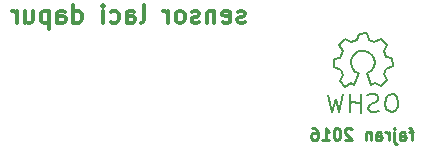
<source format=gbr>
G04 #@! TF.FileFunction,Legend,Bot*
%FSLAX46Y46*%
G04 Gerber Fmt 4.6, Leading zero omitted, Abs format (unit mm)*
G04 Created by KiCad (PCBNEW 4.0.2+e4-6225~38~ubuntu15.04.1-stable) date vr 15 jul 2016 23:36:52 CEST*
%MOMM*%
G01*
G04 APERTURE LIST*
%ADD10C,0.100000*%
%ADD11C,0.300000*%
%ADD12C,0.250000*%
%ADD13C,0.150000*%
G04 APERTURE END LIST*
D10*
D11*
X159645714Y-90777143D02*
X159502857Y-90848571D01*
X159217142Y-90848571D01*
X159074285Y-90777143D01*
X159002857Y-90634286D01*
X159002857Y-90562857D01*
X159074285Y-90420000D01*
X159217142Y-90348571D01*
X159431428Y-90348571D01*
X159574285Y-90277143D01*
X159645714Y-90134286D01*
X159645714Y-90062857D01*
X159574285Y-89920000D01*
X159431428Y-89848571D01*
X159217142Y-89848571D01*
X159074285Y-89920000D01*
X157788571Y-90777143D02*
X157931428Y-90848571D01*
X158217142Y-90848571D01*
X158359999Y-90777143D01*
X158431428Y-90634286D01*
X158431428Y-90062857D01*
X158359999Y-89920000D01*
X158217142Y-89848571D01*
X157931428Y-89848571D01*
X157788571Y-89920000D01*
X157717142Y-90062857D01*
X157717142Y-90205714D01*
X158431428Y-90348571D01*
X157074285Y-89848571D02*
X157074285Y-90848571D01*
X157074285Y-89991429D02*
X157002857Y-89920000D01*
X156859999Y-89848571D01*
X156645714Y-89848571D01*
X156502857Y-89920000D01*
X156431428Y-90062857D01*
X156431428Y-90848571D01*
X155788571Y-90777143D02*
X155645714Y-90848571D01*
X155359999Y-90848571D01*
X155217142Y-90777143D01*
X155145714Y-90634286D01*
X155145714Y-90562857D01*
X155217142Y-90420000D01*
X155359999Y-90348571D01*
X155574285Y-90348571D01*
X155717142Y-90277143D01*
X155788571Y-90134286D01*
X155788571Y-90062857D01*
X155717142Y-89920000D01*
X155574285Y-89848571D01*
X155359999Y-89848571D01*
X155217142Y-89920000D01*
X154288570Y-90848571D02*
X154431428Y-90777143D01*
X154502856Y-90705714D01*
X154574285Y-90562857D01*
X154574285Y-90134286D01*
X154502856Y-89991429D01*
X154431428Y-89920000D01*
X154288570Y-89848571D01*
X154074285Y-89848571D01*
X153931428Y-89920000D01*
X153859999Y-89991429D01*
X153788570Y-90134286D01*
X153788570Y-90562857D01*
X153859999Y-90705714D01*
X153931428Y-90777143D01*
X154074285Y-90848571D01*
X154288570Y-90848571D01*
X153145713Y-90848571D02*
X153145713Y-89848571D01*
X153145713Y-90134286D02*
X153074285Y-89991429D01*
X153002856Y-89920000D01*
X152859999Y-89848571D01*
X152717142Y-89848571D01*
X150859999Y-90848571D02*
X151002857Y-90777143D01*
X151074285Y-90634286D01*
X151074285Y-89348571D01*
X149645714Y-90848571D02*
X149645714Y-90062857D01*
X149717143Y-89920000D01*
X149860000Y-89848571D01*
X150145714Y-89848571D01*
X150288571Y-89920000D01*
X149645714Y-90777143D02*
X149788571Y-90848571D01*
X150145714Y-90848571D01*
X150288571Y-90777143D01*
X150360000Y-90634286D01*
X150360000Y-90491429D01*
X150288571Y-90348571D01*
X150145714Y-90277143D01*
X149788571Y-90277143D01*
X149645714Y-90205714D01*
X148288571Y-90777143D02*
X148431428Y-90848571D01*
X148717142Y-90848571D01*
X148860000Y-90777143D01*
X148931428Y-90705714D01*
X149002857Y-90562857D01*
X149002857Y-90134286D01*
X148931428Y-89991429D01*
X148860000Y-89920000D01*
X148717142Y-89848571D01*
X148431428Y-89848571D01*
X148288571Y-89920000D01*
X147645714Y-90848571D02*
X147645714Y-89848571D01*
X147645714Y-89348571D02*
X147717143Y-89420000D01*
X147645714Y-89491429D01*
X147574286Y-89420000D01*
X147645714Y-89348571D01*
X147645714Y-89491429D01*
X145145714Y-90848571D02*
X145145714Y-89348571D01*
X145145714Y-90777143D02*
X145288571Y-90848571D01*
X145574285Y-90848571D01*
X145717143Y-90777143D01*
X145788571Y-90705714D01*
X145860000Y-90562857D01*
X145860000Y-90134286D01*
X145788571Y-89991429D01*
X145717143Y-89920000D01*
X145574285Y-89848571D01*
X145288571Y-89848571D01*
X145145714Y-89920000D01*
X143788571Y-90848571D02*
X143788571Y-90062857D01*
X143860000Y-89920000D01*
X144002857Y-89848571D01*
X144288571Y-89848571D01*
X144431428Y-89920000D01*
X143788571Y-90777143D02*
X143931428Y-90848571D01*
X144288571Y-90848571D01*
X144431428Y-90777143D01*
X144502857Y-90634286D01*
X144502857Y-90491429D01*
X144431428Y-90348571D01*
X144288571Y-90277143D01*
X143931428Y-90277143D01*
X143788571Y-90205714D01*
X143074285Y-89848571D02*
X143074285Y-91348571D01*
X143074285Y-89920000D02*
X142931428Y-89848571D01*
X142645714Y-89848571D01*
X142502857Y-89920000D01*
X142431428Y-89991429D01*
X142359999Y-90134286D01*
X142359999Y-90562857D01*
X142431428Y-90705714D01*
X142502857Y-90777143D01*
X142645714Y-90848571D01*
X142931428Y-90848571D01*
X143074285Y-90777143D01*
X141074285Y-89848571D02*
X141074285Y-90848571D01*
X141717142Y-89848571D02*
X141717142Y-90634286D01*
X141645714Y-90777143D01*
X141502856Y-90848571D01*
X141288571Y-90848571D01*
X141145714Y-90777143D01*
X141074285Y-90705714D01*
X140359999Y-90848571D02*
X140359999Y-89848571D01*
X140359999Y-90134286D02*
X140288571Y-89991429D01*
X140217142Y-89920000D01*
X140074285Y-89848571D01*
X139931428Y-89848571D01*
D12*
X173925953Y-100115714D02*
X173545001Y-100115714D01*
X173783096Y-100782381D02*
X173783096Y-99925238D01*
X173735477Y-99830000D01*
X173640239Y-99782381D01*
X173545001Y-99782381D01*
X172783095Y-100782381D02*
X172783095Y-100258571D01*
X172830714Y-100163333D01*
X172925952Y-100115714D01*
X173116429Y-100115714D01*
X173211667Y-100163333D01*
X172783095Y-100734762D02*
X172878333Y-100782381D01*
X173116429Y-100782381D01*
X173211667Y-100734762D01*
X173259286Y-100639524D01*
X173259286Y-100544286D01*
X173211667Y-100449048D01*
X173116429Y-100401429D01*
X172878333Y-100401429D01*
X172783095Y-100353810D01*
X172306905Y-100115714D02*
X172306905Y-100972857D01*
X172354524Y-101068095D01*
X172449762Y-101115714D01*
X172497381Y-101115714D01*
X172306905Y-99782381D02*
X172354524Y-99830000D01*
X172306905Y-99877619D01*
X172259286Y-99830000D01*
X172306905Y-99782381D01*
X172306905Y-99877619D01*
X171830715Y-100782381D02*
X171830715Y-100115714D01*
X171830715Y-100306190D02*
X171783096Y-100210952D01*
X171735477Y-100163333D01*
X171640239Y-100115714D01*
X171545000Y-100115714D01*
X170783095Y-100782381D02*
X170783095Y-100258571D01*
X170830714Y-100163333D01*
X170925952Y-100115714D01*
X171116429Y-100115714D01*
X171211667Y-100163333D01*
X170783095Y-100734762D02*
X170878333Y-100782381D01*
X171116429Y-100782381D01*
X171211667Y-100734762D01*
X171259286Y-100639524D01*
X171259286Y-100544286D01*
X171211667Y-100449048D01*
X171116429Y-100401429D01*
X170878333Y-100401429D01*
X170783095Y-100353810D01*
X170306905Y-100115714D02*
X170306905Y-100782381D01*
X170306905Y-100210952D02*
X170259286Y-100163333D01*
X170164048Y-100115714D01*
X170021190Y-100115714D01*
X169925952Y-100163333D01*
X169878333Y-100258571D01*
X169878333Y-100782381D01*
X168687857Y-99877619D02*
X168640238Y-99830000D01*
X168545000Y-99782381D01*
X168306904Y-99782381D01*
X168211666Y-99830000D01*
X168164047Y-99877619D01*
X168116428Y-99972857D01*
X168116428Y-100068095D01*
X168164047Y-100210952D01*
X168735476Y-100782381D01*
X168116428Y-100782381D01*
X167497381Y-99782381D02*
X167402142Y-99782381D01*
X167306904Y-99830000D01*
X167259285Y-99877619D01*
X167211666Y-99972857D01*
X167164047Y-100163333D01*
X167164047Y-100401429D01*
X167211666Y-100591905D01*
X167259285Y-100687143D01*
X167306904Y-100734762D01*
X167402142Y-100782381D01*
X167497381Y-100782381D01*
X167592619Y-100734762D01*
X167640238Y-100687143D01*
X167687857Y-100591905D01*
X167735476Y-100401429D01*
X167735476Y-100163333D01*
X167687857Y-99972857D01*
X167640238Y-99877619D01*
X167592619Y-99830000D01*
X167497381Y-99782381D01*
X166211666Y-100782381D02*
X166783095Y-100782381D01*
X166497381Y-100782381D02*
X166497381Y-99782381D01*
X166592619Y-99925238D01*
X166687857Y-100020476D01*
X166783095Y-100068095D01*
X165354523Y-99782381D02*
X165545000Y-99782381D01*
X165640238Y-99830000D01*
X165687857Y-99877619D01*
X165783095Y-100020476D01*
X165830714Y-100210952D01*
X165830714Y-100591905D01*
X165783095Y-100687143D01*
X165735476Y-100734762D01*
X165640238Y-100782381D01*
X165449761Y-100782381D01*
X165354523Y-100734762D01*
X165306904Y-100687143D01*
X165259285Y-100591905D01*
X165259285Y-100353810D01*
X165306904Y-100258571D01*
X165354523Y-100210952D01*
X165449761Y-100163333D01*
X165640238Y-100163333D01*
X165735476Y-100210952D01*
X165783095Y-100258571D01*
X165830714Y-100353810D01*
D13*
X168003220Y-96923860D02*
X167642540Y-98394520D01*
X167642540Y-98394520D02*
X167363140Y-97332800D01*
X167363140Y-97332800D02*
X167053260Y-98404680D01*
X167053260Y-98404680D02*
X166712900Y-96954340D01*
X169423080Y-97614740D02*
X168633140Y-97604580D01*
X168633140Y-97604580D02*
X168622980Y-97614740D01*
X168622980Y-97614740D02*
X168622980Y-97604580D01*
X168582340Y-96893380D02*
X168582340Y-98435160D01*
X169471340Y-96883220D02*
X169471340Y-98452940D01*
X169471340Y-98452940D02*
X169461180Y-98442780D01*
X170022520Y-96984820D02*
X170373040Y-96903540D01*
X170373040Y-96903540D02*
X170693080Y-96893380D01*
X170693080Y-96893380D02*
X170931840Y-97094040D01*
X170931840Y-97094040D02*
X170962320Y-97363280D01*
X170962320Y-97363280D02*
X170721020Y-97604580D01*
X170721020Y-97604580D02*
X170332400Y-97734120D01*
X170332400Y-97734120D02*
X170152060Y-97894140D01*
X170152060Y-97894140D02*
X170111420Y-98193860D01*
X170111420Y-98193860D02*
X170342560Y-98414840D01*
X170342560Y-98414840D02*
X170662600Y-98442780D01*
X170662600Y-98442780D02*
X171013120Y-98333560D01*
X172051980Y-96883220D02*
X172300900Y-96903540D01*
X172300900Y-96903540D02*
X172542200Y-97144840D01*
X172542200Y-97144840D02*
X172631100Y-97635060D01*
X172631100Y-97635060D02*
X172603160Y-97983040D01*
X172603160Y-97983040D02*
X172402500Y-98303080D01*
X172402500Y-98303080D02*
X172151040Y-98425000D01*
X172151040Y-98425000D02*
X171841160Y-98353880D01*
X171841160Y-98353880D02*
X171622720Y-98173540D01*
X171622720Y-98173540D02*
X171551600Y-97713800D01*
X171551600Y-97713800D02*
X171602400Y-97304860D01*
X171602400Y-97304860D02*
X171711620Y-97022920D01*
X171711620Y-97022920D02*
X172072300Y-96893380D01*
X171452540Y-95163640D02*
X171711620Y-95724980D01*
X171711620Y-95724980D02*
X171173140Y-96243140D01*
X171173140Y-96243140D02*
X170652440Y-95973900D01*
X170652440Y-95973900D02*
X170373040Y-96133920D01*
X168932860Y-96113600D02*
X168602660Y-95923100D01*
X168602660Y-95923100D02*
X168163240Y-96253300D01*
X168163240Y-96253300D02*
X167690800Y-95763080D01*
X167690800Y-95763080D02*
X167972740Y-95283020D01*
X167972740Y-95283020D02*
X167782240Y-94813120D01*
X167782240Y-94813120D02*
X167172640Y-94625160D01*
X167172640Y-94625160D02*
X167172640Y-93944440D01*
X167172640Y-93944440D02*
X167731440Y-93804740D01*
X167731440Y-93804740D02*
X167932100Y-93233240D01*
X167932100Y-93233240D02*
X167662860Y-92763340D01*
X167662860Y-92763340D02*
X168132760Y-92252800D01*
X168132760Y-92252800D02*
X168650920Y-92514420D01*
X168650920Y-92514420D02*
X169120820Y-92313760D01*
X169120820Y-92313760D02*
X169291000Y-91772740D01*
X169291000Y-91772740D02*
X169981880Y-91754960D01*
X169981880Y-91754960D02*
X170192700Y-92303600D01*
X170192700Y-92303600D02*
X170611800Y-92473780D01*
X170611800Y-92473780D02*
X171162980Y-92204540D01*
X171162980Y-92204540D02*
X171681140Y-92732860D01*
X171681140Y-92732860D02*
X171432220Y-93273880D01*
X171432220Y-93273880D02*
X171602400Y-93753940D01*
X171602400Y-93753940D02*
X172151040Y-93853000D01*
X172151040Y-93853000D02*
X172161200Y-94554040D01*
X172161200Y-94554040D02*
X171602400Y-94754700D01*
X171602400Y-94754700D02*
X171462700Y-95153480D01*
X169321480Y-95133160D02*
X169021760Y-94983300D01*
X169021760Y-94983300D02*
X168821100Y-94785180D01*
X168821100Y-94785180D02*
X168671240Y-94383860D01*
X168671240Y-94383860D02*
X168671240Y-93985080D01*
X168671240Y-93985080D02*
X168821100Y-93634560D01*
X168821100Y-93634560D02*
X169273220Y-93284040D01*
X169273220Y-93284040D02*
X169722800Y-93233240D01*
X169722800Y-93233240D02*
X170121580Y-93334840D01*
X170121580Y-93334840D02*
X170522900Y-93682820D01*
X170522900Y-93682820D02*
X170672760Y-94134940D01*
X170672760Y-94134940D02*
X170621960Y-94632780D01*
X170621960Y-94632780D02*
X170373040Y-94935040D01*
X170373040Y-94935040D02*
X170022520Y-95133160D01*
X170022520Y-95133160D02*
X170373040Y-96133920D01*
X169321480Y-95133160D02*
X168922700Y-96133920D01*
M02*

</source>
